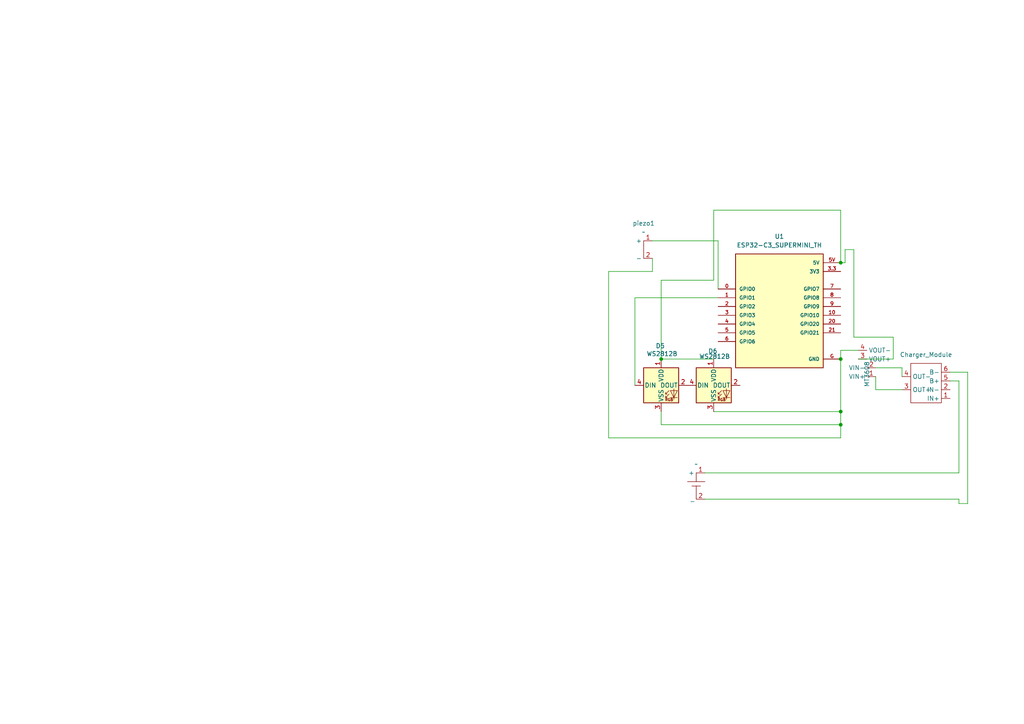
<source format=kicad_sch>
(kicad_sch (version 20250114) (generator "eeschema") (generator_version "9.0")
  (paper "A4")
  (lib_symbols
    (symbol "LED:WS2812B" (pin_names (offset 0.254))
      (property "Reference" "D" (at 5.08 5.715 0))
      (property "Value" "WS2812B" (at 1.27 -5.715 0))
      (symbol "WS2812B_0_0"
        (text "RGB" (at 2.286 -4.191 0) (effects (font (size 0.762 0.762))))
      )
      (symbol "WS2812B_0_1"
        (polyline (pts (xy 1.27 -2.54) (xy 1.778 -2.54)))
        (polyline (pts (xy 1.27 -3.556) (xy 1.778 -3.556)))
        (polyline (pts (xy 2.286 -1.524) (xy 1.27 -2.54) (xy 1.27 -2.032)))
        (polyline (pts (xy 2.286 -2.54) (xy 1.27 -3.556) (xy 1.27 -3.048)))
        (polyline (pts (xy 3.683 -1.016) (xy 3.683 -3.556) (xy 3.683 -4.064)))
        (polyline (pts (xy 4.699 -1.524) (xy 2.667 -1.524) (xy 3.683 -3.556) (xy 4.699 -1.524)))
        (polyline (pts (xy 4.699 -3.556) (xy 2.667 -3.556)))
        (rectangle (start 5.08 5.08) (end -5.08 -5.08) (stroke (width 0.254)) (fill (type background)))
      )
      (symbol "WS2812B_1_1"
        (pin input line (at -7.62 0 0) (length 2.54) (name "DIN") (number "4"))
        (pin power_in line (at 0 7.62 270) (length 2.54) (name "VDD") (number "1"))
        (pin power_in line (at 0 -7.62 90) (length 2.54) (name "VSS") (number "3"))
        (pin output line (at 7.62 0 180) (length 2.54) (name "DOUT") (number "2"))
      )
    )
    (symbol "chargerr:LiPo_Battery"
      (symbol "LiPo_Battery_0_1"
        (polyline (pts (xy 3.81 1.27) (xy 3.81 1.27)))
        (polyline (pts (xy 3.81 1.27) (xy 8.89 1.27)))
        (polyline (pts (xy 5.08 0) (xy 7.62 0)))
        (polyline (pts (xy 6.35 3.81) (xy 6.35 1.27)))
        (polyline (pts (xy 6.35 0) (xy 6.35 -3.81)))
      )
      (symbol "LiPo_Battery_1_1"
        (pin output line (at 8.89 3.81 180) (length 2.54) (name "+") (number "1"))
        (pin output line (at 8.89 -3.81 180) (length 2.54) (name "_") (number "2"))
      )
    )
    (symbol "chargerr:MT3608_Boost_Converter"
      (symbol "MT3608_Boost_Converter_1_1"
        (pin input line (at -2.54 -1.27 0) (length 2.54) (name "VIN+") (number "1"))
        (pin input line (at -2.54 -3.81 0) (length 2.54) (name "VIN-") (number "2"))
        (pin output line (at 2.54 -6.35 180) (length 2.54) (name "VOUT+") (number "3"))
        (pin output line (at 2.54 -8.89 180) (length 2.54) (name "VOUT-") (number "4"))
      )
    )
    (symbol "chargerr:TP4056_Module"
      (symbol "TP4056_Module_0_1"
        (rectangle (start -1.27 1.27) (end 7.62 -10.16))
      )
      (symbol "TP4056_Module_1_1"
        (pin input line (at -3.81 0 0) (length 2.54) (name "IN+") (number "1"))
        (pin input line (at -3.81 -2.54 0) (length 2.54) (name "IN-") (number "2"))
        (pin input line (at -3.81 -5.08 0) (length 2.54) (name "B+") (number "5"))
        (pin input line (at -3.81 -7.62 0) (length 2.54) (name "B-") (number "6"))
        (pin output line (at 10.16 -2.54 180) (length 2.54) (name "OUT+") (number "3"))
        (pin output line (at 10.16 -6.35 180) (length 2.54) (name "OUT-") (number "4"))
      )
    )
    (symbol "chargerr:piezo"
      (property "Reference" "piezo" (at 5.08 1.27 0))
      (symbol "piezo_0_1"
        (polyline (pts (xy 3.81 -1.27) (xy 3.81 -2.54)))
        (polyline (pts (xy 3.81 -2.54) (xy 3.81 -6.35)))
      )
      (symbol "piezo_1_1"
        (pin output line (at 6.35 -1.27 180) (length 2.54) (name "+") (number "1"))
        (pin output line (at 6.35 -6.35 180) (length 2.54) (name "-") (number "2"))
      )
    )
    (symbol "esp32:ESP32-C3_SUPERMINI_TH" (pin_names (offset 1.016))
      (property "Reference" "U" (at -12.7 16.002 0))
      (property "Value" "ESP32-C3_SUPERMINI_TH" (at -12.7 -20.32 0))
      (symbol "ESP32-C3_SUPERMINI_TH_0_0"
        (rectangle (start -12.7 -17.78) (end 12.7 15.24) (stroke (width 0.254)) (fill (type background)))
        (pin bidirectional line (at -17.78 5.08 0) (length 5.08) (name "GPIO0") (number "0"))
        (pin bidirectional line (at -17.78 2.54 0) (length 5.08) (name "GPIO1") (number "1"))
        (pin bidirectional line (at -17.78 0 0) (length 5.08) (name "GPIO2") (number "2"))
        (pin bidirectional line (at -17.78 -2.54 0) (length 5.08) (name "GPIO3") (number "3"))
        (pin bidirectional line (at -17.78 -5.08 0) (length 5.08) (name "GPIO4") (number "4"))
        (pin bidirectional line (at -17.78 -7.62 0) (length 5.08) (name "GPIO5") (number "5"))
        (pin bidirectional line (at -17.78 -10.16 0) (length 5.08) (name "GPIO6") (number "6"))
        (pin power_in line (at 17.78 12.7 180) (length 5.08) (name "5V") (number "5V"))
        (pin power_in line (at 17.78 10.16 180) (length 5.08) (name "3V3") (number "3.3"))
        (pin bidirectional line (at 17.78 5.08 180) (length 5.08) (name "GPIO7") (number "7"))
        (pin bidirectional line (at 17.78 2.54 180) (length 5.08) (name "GPIO8") (number "8"))
        (pin bidirectional line (at 17.78 0 180) (length 5.08) (name "GPIO9") (number "9"))
        (pin bidirectional line (at 17.78 -2.54 180) (length 5.08) (name "GPIO10") (number "10"))
        (pin bidirectional line (at 17.78 -5.08 180) (length 5.08) (name "GPIO20") (number "20"))
        (pin bidirectional line (at 17.78 -7.62 180) (length 5.08) (name "GPIO21") (number "21"))
        (pin power_in line (at 17.78 -15.24 180) (length 5.08) (name "GND") (number "G"))
      )
    )
  )
  (junction (at 243.84 123.19))
  (junction (at 243.84 76.2))
  (junction (at 243.84 119.38))
  (junction (at 191.77 104.14))
  (junction (at 243.84 104.14))
  (wire (pts (xy 207.01 81.28) (xy 207.01 60.96)))
  (wire (pts (xy 191.77 104.14) (xy 207.01 104.14)))
  (wire (pts (xy 243.84 123.19) (xy 243.84 127)))
  (wire (pts (xy 207.01 60.96) (xy 243.84 60.96)))
  (wire (pts (xy 189.23 74.93) (xy 189.23 78.74)))
  (wire (pts (xy 176.53 78.74) (xy 176.53 127)))
  (wire (pts (xy 184.15 86.36) (xy 208.28 86.36)))
  (wire (pts (xy 191.77 81.28) (xy 207.01 81.28)))
  (wire (pts (xy 176.53 127) (xy 243.84 127)))
  (wire (pts (xy 243.84 101.6) (xy 243.84 104.14)))
  (wire (pts (xy 261.62 106.68) (xy 261.62 109.22)))
  (wire (pts (xy 184.15 111.76) (xy 184.15 86.36)))
  (wire (pts (xy 247.65 72.39) (xy 245.11 72.39)))
  (wire (pts (xy 278.13 137.16) (xy 278.13 110.49)))
  (wire (pts (xy 248.92 104.14) (xy 259.08 104.14)))
  (wire (pts (xy 275.59 107.95) (xy 280.67 107.95)))
  (wire (pts (xy 275.59 110.49) (xy 278.13 110.49)))
  (wire (pts (xy 254 113.03) (xy 261.62 113.03)))
  (wire (pts (xy 191.77 123.19) (xy 243.84 123.19)))
  (wire (pts (xy 207.01 119.38) (xy 243.84 119.38)))
  (wire (pts (xy 278.13 146.05) (xy 280.67 146.05)))
  (wire (pts (xy 245.11 76.2) (xy 243.84 76.2)))
  (wire (pts (xy 243.84 101.6) (xy 248.92 101.6)))
  (wire (pts (xy 254 109.22) (xy 254 113.03)))
  (wire (pts (xy 247.65 72.39) (xy 247.65 97.79)))
  (wire (pts (xy 243.84 119.38) (xy 243.84 123.19)))
  (wire (pts (xy 243.84 104.14) (xy 243.84 119.38)))
  (wire (pts (xy 204.47 137.16) (xy 278.13 137.16)))
  (wire (pts (xy 189.23 69.85) (xy 208.28 69.85)))
  (wire (pts (xy 280.67 146.05) (xy 280.67 107.95)))
  (wire (pts (xy 191.77 104.14) (xy 191.77 81.28)))
  (wire (pts (xy 245.11 72.39) (xy 245.11 76.2)))
  (wire (pts (xy 259.08 97.79) (xy 247.65 97.79)))
  (wire (pts (xy 189.23 78.74) (xy 176.53 78.74)))
  (wire (pts (xy 254 106.68) (xy 261.62 106.68)))
  (wire (pts (xy 208.28 69.85) (xy 208.28 83.82)))
  (wire (pts (xy 243.84 60.96) (xy 243.84 76.2)))
  (wire (pts (xy 191.77 119.38) (xy 191.77 123.19)))
  (wire (pts (xy 278.13 144.78) (xy 204.47 144.78)))
  (wire (pts (xy 259.08 104.14) (xy 259.08 97.79)))
  (wire (pts (xy 278.13 146.05) (xy 278.13 144.78)))
  (symbol (lib_id "chargerr:LiPo_Battery") (at 195.58 140.97 0) (unit 1)
    (property "Reference" "U3" (effects (hide yes)))
    (property "Value" "~" (at 201.93 134.62 0))
    (property "Footprint" "charger:LiPo" (effects (hide yes)))
  )
  (symbol (lib_id "chargerr:piezo") (at 182.88 68.58 0) (unit 1)
    (property "Reference" "piezo1" (at 186.69 64.77 0))
    (property "Value" "~" (at 186.69 67.31 0))
    (property "Footprint" "charger:piezo" (effects (hide yes)))
  )
  (symbol (lib_id "LED:WS2812B") (at 191.77 111.76 0) (unit 1)
    (property "Reference" "D5" (at 191.516 100.33 0))
    (property "Value" "WS2812B" (at 192.024 102.616 0))
    (property "Footprint" "LED_SMD:LED_WS2812B_PLCC4_5.0x5.0mm_P3.2mm" (effects (hide yes)))
    (property "Datasheet" "https://cdn-shop.adafruit.com/datasheets/WS2812B.pdf" (effects (hide yes)))
    (property "Description" "RGB LED with integrated controller" (effects (hide yes)))
  )
  (symbol (lib_id "chargerr:TP4056_Module") (at 271.78 115.57 180) (unit 1)
    (property "Reference" "U2" (effects (hide yes)))
    (property "Value" "Charger_Module" (at 268.605 102.87 0))
    (property "Footprint" "charger:TP4056-18650" (effects (hide yes)))
  )
  (symbol (lib_id "chargerr:MT3608_Boost_Converter") (at 251.46 110.49 180) (unit 1)
    (property "Reference" "U4" (effects (hide yes)))
    (property "Value" "MT3608" (at 251.46 112.268 90) (effects (justify right)))
    (property "Footprint" "charger:MT3608 Boost Converter" (effects (hide yes)))
  )
  (symbol (lib_id "LED:WS2812B") (at 207.01 111.76 0) (unit 1)
    (property "Reference" "D6" (at 206.756 101.854 0))
    (property "Value" "WS2812B" (at 207.264 103.378 0))
    (property "Footprint" "LED_SMD:LED_WS2812B_PLCC4_5.0x5.0mm_P3.2mm" (effects (hide yes)))
    (property "Datasheet" "https://cdn-shop.adafruit.com/datasheets/WS2812B.pdf" (effects (hide yes)))
    (property "Description" "RGB LED with integrated controller" (effects (hide yes)))
  )
  (symbol (lib_id "esp32:ESP32-C3_SUPERMINI_TH") (at 226.06 88.9 0) (unit 1)
    (property "Reference" "U1" (at 226.06 68.58 0))
    (property "Value" "ESP32-C3_SUPERMINI_TH" (at 226.06 71.12 0))
    (property "Footprint" "esp32:MODULE_ESP32-C3_SUPERMINI_TH" (effects (hide yes)))
    (property "MF" "Espressif Systems" (effects (hide yes)))
    (property "Description_1" "Super tiny ESP32-C3 board" (effects (hide yes)))
    (property "CREATOR" "DIZAR" (effects (hide yes)))
    (property "Price" "None" (effects (hide yes)))
    (property "Package" "Package" (effects (hide yes)))
    (property "Check_prices" "https://www.snapeda.com/parts/ESP32-C3%20SuperMini_TH/Espressif+Systems/view-part/?ref=eda" (effects (hide yes)))
    (property "STANDARD" "IPC-7351B" (effects (hide yes)))
    (property "SnapEDA_Link" "https://www.snapeda.com/parts/ESP32-C3%20SuperMini_TH/Espressif+Systems/view-part/?ref=snap" (effects (hide yes)))
    (property "MP" "ESP32-C3 SuperMini_TH" (effects (hide yes)))
    (property "Availability" "Not in stock" (effects (hide yes)))
    (property "MANUFACTURER" "Espressif Systems" (effects (hide yes)))
  )
)
</source>
